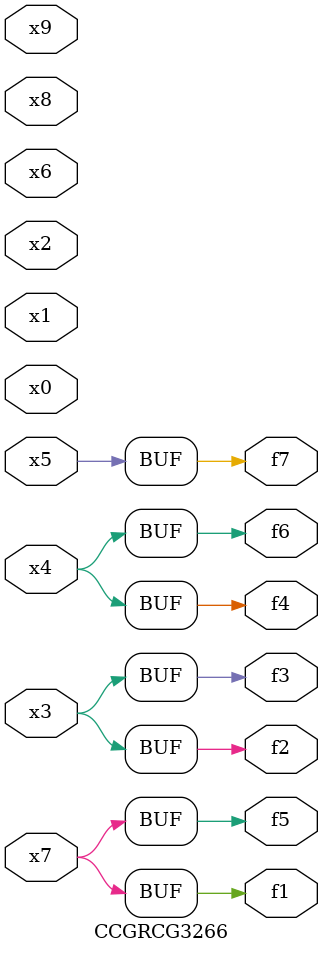
<source format=v>
module CCGRCG3266(
	input x0, x1, x2, x3, x4, x5, x6, x7, x8, x9,
	output f1, f2, f3, f4, f5, f6, f7
);
	assign f1 = x7;
	assign f2 = x3;
	assign f3 = x3;
	assign f4 = x4;
	assign f5 = x7;
	assign f6 = x4;
	assign f7 = x5;
endmodule

</source>
